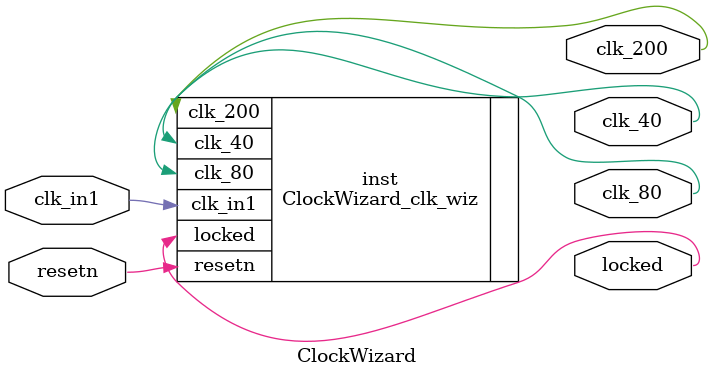
<source format=v>


`timescale 1ps/1ps

(* CORE_GENERATION_INFO = "ClockWizard,clk_wiz_v6_0_9_0_0,{component_name=ClockWizard,use_phase_alignment=true,use_min_o_jitter=true,use_max_i_jitter=false,use_dyn_phase_shift=false,use_inclk_switchover=false,use_dyn_reconfig=false,enable_axi=0,feedback_source=FDBK_AUTO,PRIMITIVE=PLL,num_out_clk=3,clkin1_period=10.000,clkin2_period=10.000,use_power_down=false,use_reset=true,use_locked=true,use_inclk_stopped=false,feedback_type=SINGLE,CLOCK_MGR_TYPE=NA,manual_override=false}" *)

module ClockWizard 
 (
  // Clock out ports
  output        clk_200,
  output        clk_40,
  output        clk_80,
  // Status and control signals
  input         resetn,
  output        locked,
 // Clock in ports
  input         clk_in1
 );

  ClockWizard_clk_wiz inst
  (
  // Clock out ports  
  .clk_200(clk_200),
  .clk_40(clk_40),
  .clk_80(clk_80),
  // Status and control signals               
  .resetn(resetn), 
  .locked(locked),
 // Clock in ports
  .clk_in1(clk_in1)
  );

endmodule

</source>
